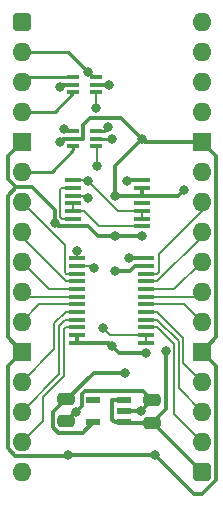
<source format=gtl>
%TF.GenerationSoftware,KiCad,Pcbnew,8.0.7*%
%TF.CreationDate,2025-01-03T14:10:16+02:00*%
%TF.ProjectId,HCP65 Main Memory Data,48435036-3520-44d6-9169-6e204d656d6f,V0*%
%TF.SameCoordinates,Original*%
%TF.FileFunction,Copper,L1,Top*%
%TF.FilePolarity,Positive*%
%FSLAX46Y46*%
G04 Gerber Fmt 4.6, Leading zero omitted, Abs format (unit mm)*
G04 Created by KiCad (PCBNEW 8.0.7) date 2025-01-03 14:10:16*
%MOMM*%
%LPD*%
G01*
G04 APERTURE LIST*
G04 Aperture macros list*
%AMRoundRect*
0 Rectangle with rounded corners*
0 $1 Rounding radius*
0 $2 $3 $4 $5 $6 $7 $8 $9 X,Y pos of 4 corners*
0 Add a 4 corners polygon primitive as box body*
4,1,4,$2,$3,$4,$5,$6,$7,$8,$9,$2,$3,0*
0 Add four circle primitives for the rounded corners*
1,1,$1+$1,$2,$3*
1,1,$1+$1,$4,$5*
1,1,$1+$1,$6,$7*
1,1,$1+$1,$8,$9*
0 Add four rect primitives between the rounded corners*
20,1,$1+$1,$2,$3,$4,$5,0*
20,1,$1+$1,$4,$5,$6,$7,0*
20,1,$1+$1,$6,$7,$8,$9,0*
20,1,$1+$1,$8,$9,$2,$3,0*%
G04 Aperture macros list end*
%TA.AperFunction,SMDPad,CuDef*%
%ADD10R,1.475000X0.450000*%
%TD*%
%TA.AperFunction,SMDPad,CuDef*%
%ADD11R,1.000000X0.450000*%
%TD*%
%TA.AperFunction,SMDPad,CuDef*%
%ADD12RoundRect,0.250000X0.475000X-0.250000X0.475000X0.250000X-0.475000X0.250000X-0.475000X-0.250000X0*%
%TD*%
%TA.AperFunction,ComponentPad*%
%ADD13RoundRect,0.400000X-0.400000X-0.400000X0.400000X-0.400000X0.400000X0.400000X-0.400000X0.400000X0*%
%TD*%
%TA.AperFunction,ComponentPad*%
%ADD14O,1.600000X1.600000*%
%TD*%
%TA.AperFunction,ComponentPad*%
%ADD15R,1.600000X1.600000*%
%TD*%
%TA.AperFunction,SMDPad,CuDef*%
%ADD16RoundRect,0.250000X-0.475000X0.250000X-0.475000X-0.250000X0.475000X-0.250000X0.475000X0.250000X0*%
%TD*%
%TA.AperFunction,SMDPad,CuDef*%
%ADD17R,1.150000X0.600000*%
%TD*%
%TA.AperFunction,ViaPad*%
%ADD18C,0.800000*%
%TD*%
%TA.AperFunction,Conductor*%
%ADD19C,0.380000*%
%TD*%
%TA.AperFunction,Conductor*%
%ADD20C,0.250000*%
%TD*%
%TA.AperFunction,Conductor*%
%ADD21C,0.200000*%
%TD*%
G04 APERTURE END LIST*
D10*
%TO.P,IC4,1,1A*%
%TO.N,/~{Read}*%
X4318000Y-13432000D03*
%TO.P,IC4,2,1B*%
%TO.N,/~{Read}_{3}*%
X4318000Y-14082000D03*
%TO.P,IC4,3,1Y*%
%TO.N,/~{Read}_{4}*%
X4318000Y-14732000D03*
%TO.P,IC4,4,2A*%
%TO.N,/~{Read}_{2}*%
X4318000Y-15382000D03*
%TO.P,IC4,5,2B*%
X4318000Y-16032000D03*
%TO.P,IC4,6,2Y*%
%TO.N,/~{Read}_{3}*%
X4318000Y-16682000D03*
%TO.P,IC4,7,GND*%
%TO.N,GND*%
X4318000Y-17332000D03*
%TO.P,IC4,8,3Y*%
%TO.N,/~{Read}_{2}*%
X10194000Y-17332000D03*
%TO.P,IC4,9,3A*%
%TO.N,/~{Read}*%
X10194000Y-16682000D03*
%TO.P,IC4,10,3B*%
X10194000Y-16032000D03*
%TO.P,IC4,11,4Y*%
%TO.N,unconnected-(IC4-4Y-Pad11)*%
X10194000Y-15382000D03*
%TO.P,IC4,12,4A*%
%TO.N,GND*%
X10194000Y-14732000D03*
%TO.P,IC4,13,4B*%
X10194000Y-14082000D03*
%TO.P,IC4,14,3V*%
%TO.N,/3.3V*%
X10194000Y-13432000D03*
%TD*%
D11*
%TO.P,IC2,1,A*%
%TO.N,~{Main}*%
X4334000Y-4684000D03*
%TO.P,IC2,2,GND*%
%TO.N,GND*%
X4334000Y-5334000D03*
%TO.P,IC2,3,B*%
%TO.N,~{RD}*%
X4334000Y-5984000D03*
%TO.P,IC2,4,Y*%
%TO.N,/~{Read}*%
X6334000Y-5984000D03*
%TO.P,IC2,5,3V*%
%TO.N,/3.3V*%
X6334000Y-5334000D03*
%TO.P,IC2,6,C*%
%TO.N,~{Main Access Slot}*%
X6334000Y-4684000D03*
%TD*%
D12*
%TO.P,C8,1*%
%TO.N,5V*%
X11049000Y-33954000D03*
%TO.P,C8,2*%
%TO.N,GND*%
X11049000Y-32054000D03*
%TD*%
D13*
%TO.P,J5,1,Pin_1*%
%TO.N,5V*%
X0Y0D03*
D14*
%TO.P,J5,2,Pin_2*%
%TO.N,~{Main Access Slot}*%
X0Y-2540000D03*
%TO.P,J5,3,Pin_3*%
%TO.N,~{Main}*%
X0Y-5080000D03*
%TO.P,J5,4,Pin_4*%
%TO.N,~{RD}*%
X0Y-7620000D03*
D15*
%TO.P,J5,5,Pin_5*%
%TO.N,GND*%
X0Y-10160000D03*
D14*
%TO.P,J5,6,Pin_6*%
%TO.N,~{WD}*%
X0Y-12700000D03*
%TO.P,J5,7,Pin_7*%
%TO.N,D7*%
X0Y-15240000D03*
%TO.P,J5,8,Pin_8*%
%TO.N,D6*%
X0Y-17780000D03*
%TO.P,J5,9,Pin_9*%
%TO.N,D5*%
X0Y-20320000D03*
%TO.P,J5,10,Pin_10*%
%TO.N,D4*%
X0Y-22860000D03*
%TO.P,J5,11,Pin_11*%
%TO.N,D3*%
X0Y-25400000D03*
D15*
%TO.P,J5,12,Pin_12*%
%TO.N,GND*%
X0Y-27940000D03*
D14*
%TO.P,J5,13,Pin_13*%
%TO.N,D2*%
X0Y-30480000D03*
%TO.P,J5,14,Pin_14*%
%TO.N,D1*%
X0Y-33020000D03*
%TO.P,J5,15,Pin_15*%
%TO.N,D0*%
X0Y-35560000D03*
%TO.P,J5,16,Pin_16*%
%TO.N,unconnected-(J5-Pin_16-Pad16)*%
X0Y-38100000D03*
D13*
%TO.P,J5,17,Pin_17*%
%TO.N,5V*%
X15240000Y-38100000D03*
D14*
%TO.P,J5,18,Pin_18*%
%TO.N,MD0*%
X15240000Y-35560000D03*
%TO.P,J5,19,Pin_19*%
%TO.N,MD1*%
X15240000Y-33020000D03*
%TO.P,J5,20,Pin_20*%
%TO.N,MD2*%
X15240000Y-30480000D03*
D15*
%TO.P,J5,21,Pin_21*%
%TO.N,GND*%
X15240000Y-27940000D03*
D14*
%TO.P,J5,22,Pin_22*%
%TO.N,MD3*%
X15240000Y-25400000D03*
%TO.P,J5,23,Pin_23*%
%TO.N,MD4*%
X15240000Y-22860000D03*
%TO.P,J5,24,Pin_24*%
%TO.N,MD5*%
X15240000Y-20320000D03*
%TO.P,J5,25,Pin_25*%
%TO.N,MD6*%
X15240000Y-17780000D03*
%TO.P,J5,26,Pin_26*%
%TO.N,MD7*%
X15240000Y-15240000D03*
%TO.P,J5,27,Pin_27*%
%TO.N,unconnected-(J5-Pin_27-Pad27)*%
X15240000Y-12700000D03*
D15*
%TO.P,J5,28,Pin_28*%
%TO.N,GND*%
X15240000Y-10160000D03*
D14*
%TO.P,J5,29,Pin_29*%
%TO.N,unconnected-(J5-Pin_29-Pad29)*%
X15240000Y-7620000D03*
%TO.P,J5,30,Pin_30*%
%TO.N,unconnected-(J5-Pin_30-Pad30)*%
X15240000Y-5080000D03*
%TO.P,J5,31,Pin_31*%
%TO.N,unconnected-(J5-Pin_31-Pad31)*%
X15240000Y-2540000D03*
%TO.P,J5,32,Pin_32*%
%TO.N,unconnected-(J5-Pin_32-Pad32)*%
X15240000Y0D03*
%TD*%
D10*
%TO.P,IC3,1,~{LEB}*%
%TO.N,/~{Read}*%
X4682000Y-20047000D03*
%TO.P,IC3,2,~{OEA}*%
%TO.N,/~{Read}_{4}*%
X4682000Y-20697000D03*
%TO.P,IC3,3,A1*%
%TO.N,D7*%
X4682000Y-21347000D03*
%TO.P,IC3,4,A2*%
%TO.N,D6*%
X4682000Y-21997000D03*
%TO.P,IC3,5,A3*%
%TO.N,D5*%
X4682000Y-22647000D03*
%TO.P,IC3,6,A4*%
%TO.N,D4*%
X4682000Y-23297000D03*
%TO.P,IC3,7,A5*%
%TO.N,D3*%
X4682000Y-23947000D03*
%TO.P,IC3,8,A6*%
%TO.N,D2*%
X4682000Y-24597000D03*
%TO.P,IC3,9,A7*%
%TO.N,D1*%
X4682000Y-25247000D03*
%TO.P,IC3,10,A8*%
%TO.N,D0*%
X4682000Y-25897000D03*
%TO.P,IC3,11,~{CEAB}*%
%TO.N,GND*%
X4682000Y-26547000D03*
%TO.P,IC3,12,GND*%
X4682000Y-27197000D03*
%TO.P,IC3,13,~{OEB}*%
%TO.N,/~{Write}*%
X10558000Y-27197000D03*
%TO.P,IC3,14,~{LEA}*%
X10558000Y-26547000D03*
%TO.P,IC3,15,B8*%
%TO.N,MD0*%
X10558000Y-25897000D03*
%TO.P,IC3,16,B7*%
%TO.N,MD1*%
X10558000Y-25247000D03*
%TO.P,IC3,17,B6*%
%TO.N,MD2*%
X10558000Y-24597000D03*
%TO.P,IC3,18,B5*%
%TO.N,MD3*%
X10558000Y-23947000D03*
%TO.P,IC3,19,B4*%
%TO.N,MD4*%
X10558000Y-23297000D03*
%TO.P,IC3,20,B3*%
%TO.N,MD5*%
X10558000Y-22647000D03*
%TO.P,IC3,21,B2*%
%TO.N,MD6*%
X10558000Y-21997000D03*
%TO.P,IC3,22,B1*%
%TO.N,MD7*%
X10558000Y-21347000D03*
%TO.P,IC3,23,~{CEBA}*%
%TO.N,GND*%
X10558000Y-20697000D03*
%TO.P,IC3,24,3V*%
%TO.N,/3.3V*%
X10558000Y-20047000D03*
%TD*%
D16*
%TO.P,C9,1*%
%TO.N,/3.3V*%
X3784600Y-31933600D03*
%TO.P,C9,2*%
%TO.N,GND*%
X3784600Y-33833600D03*
%TD*%
D17*
%TO.P,IC5,1,6VIn*%
%TO.N,5V*%
X8640600Y-33944600D03*
%TO.P,IC5,2,GND*%
%TO.N,GND*%
X8640600Y-32994600D03*
%TO.P,IC5,3,EN*%
%TO.N,5V*%
X8640600Y-32044600D03*
%TO.P,IC5,4,ADJ*%
%TO.N,unconnected-(IC5-ADJ-Pad4)*%
X6040600Y-32044600D03*
%TO.P,IC5,5,3.3VOut*%
%TO.N,/3.3V*%
X6040600Y-33944600D03*
%TD*%
D11*
%TO.P,IC6,1,A*%
%TO.N,~{Main}*%
X4334000Y-9256000D03*
%TO.P,IC6,2,GND*%
%TO.N,GND*%
X4334000Y-9906000D03*
%TO.P,IC6,3,B*%
%TO.N,~{WD}*%
X4334000Y-10556000D03*
%TO.P,IC6,4,Y*%
%TO.N,/~{Write}*%
X6334000Y-10556000D03*
%TO.P,IC6,5,3V*%
%TO.N,/3.3V*%
X6334000Y-9906000D03*
%TO.P,IC6,6,C*%
%TO.N,~{Main Access Slot}*%
X6334000Y-9256000D03*
%TD*%
D18*
%TO.N,GND*%
X10160000Y-18156502D03*
X7874000Y-21082000D03*
X7620000Y-27432000D03*
X3263257Y-5575547D03*
X2794000Y-17018000D03*
X7874003Y-14731997D03*
X10107877Y-32993802D03*
X4585100Y-33033100D03*
X3937000Y-36703000D03*
X10541000Y-28067000D03*
X3248231Y-10201089D03*
X13716000Y-14224000D03*
X11303000Y-36702994D03*
X7874000Y-18156502D03*
X10160000Y-9906000D03*
%TO.N,5V*%
X12192000Y-27912000D03*
%TO.N,/3.3V*%
X9117532Y-20022615D03*
X8890000Y-13462000D03*
X7365987Y-5334006D03*
X8763000Y-29718000D03*
X7620015Y-9906015D03*
%TO.N,~{Main Access Slot}*%
X7300694Y-8958344D03*
X5640500Y-4265500D03*
%TO.N,~{Main}*%
X3576471Y-9116000D03*
%TO.N,/~{Read}*%
X6284424Y-7363000D03*
X4681998Y-19447996D03*
X5588000Y-13462000D03*
%TO.N,/~{Write}*%
X6350000Y-12192000D03*
X6858002Y-25908000D03*
%TO.N,/~{Read}_{4}*%
X6096000Y-20828000D03*
X5626293Y-14973703D03*
%TD*%
D19*
%TO.N,GND*%
X15282229Y-39975000D02*
X14575006Y-39975000D01*
X10160000Y-18156502D02*
X7874000Y-18156502D01*
X15240000Y-27940000D02*
X16430000Y-29130000D01*
X842000Y-14050000D02*
X2790500Y-15998500D01*
X5392244Y-31242000D02*
X10237000Y-31242000D01*
X4585100Y-33033100D02*
X5075600Y-32542600D01*
X-1190000Y-11350000D02*
X-1190000Y-13352915D01*
X13208000Y-14732000D02*
X13716000Y-14224000D01*
X7874003Y-12191997D02*
X7874003Y-14731997D01*
X-588000Y-36750000D02*
X3890000Y-36750000D01*
X14575006Y-39975000D02*
X11303000Y-36702994D01*
X15240000Y-10160000D02*
X16430000Y-11350000D01*
X6472502Y-18156502D02*
X5648000Y-17332000D01*
X10160000Y-9906000D02*
X10414000Y-10160000D01*
X10160000Y-9906000D02*
X7874003Y-12191997D01*
X10160000Y-9906000D02*
X8407000Y-8153000D01*
X8640600Y-32994600D02*
X10108400Y-32994600D01*
X0Y-10160000D02*
X-1190000Y-11350000D01*
X10108400Y-32994600D02*
X11049000Y-32054000D01*
X3108000Y-17332000D02*
X2794000Y-17018000D01*
X5817000Y-8153000D02*
X5224000Y-8746000D01*
X5224000Y-8746000D02*
X5224000Y-9896000D01*
X3937000Y-36703000D02*
X11302994Y-36703000D01*
X16430000Y-26750000D02*
X15240000Y-27940000D01*
X7874000Y-18156502D02*
X6472502Y-18156502D01*
X3504804Y-5334000D02*
X3263257Y-5575547D01*
X16430000Y-29130000D02*
X16430000Y-38827229D01*
X5075600Y-31558644D02*
X5392244Y-31242000D01*
X9175376Y-21082000D02*
X7874000Y-21082000D01*
X5648000Y-17332000D02*
X4318000Y-17332000D01*
X10414000Y-10160000D02*
X15240000Y-10160000D01*
X8255000Y-28067000D02*
X7620000Y-27432000D01*
X7874006Y-14732000D02*
X7874003Y-14731997D01*
X10194000Y-14082000D02*
X10194000Y-14732000D01*
X10237000Y-31242000D02*
X11049000Y-32054000D01*
X-1190000Y-14747085D02*
X-492915Y-14050000D01*
X4318000Y-17332000D02*
X3108000Y-17332000D01*
X10558000Y-20697000D02*
X9560376Y-20697000D01*
X16430000Y-38827229D02*
X15282229Y-39975000D01*
X2790500Y-15998500D02*
X2790500Y-17014500D01*
X-1190000Y-26750000D02*
X-1190000Y-14747085D01*
X3248231Y-10201089D02*
X3543320Y-9906000D01*
X11302994Y-36703000D02*
X11303000Y-36702994D01*
X0Y-27940000D02*
X-1190000Y-26750000D01*
X4682000Y-27197000D02*
X7385000Y-27197000D01*
X3890000Y-36750000D02*
X3937000Y-36703000D01*
X-492915Y-14050000D02*
X842000Y-14050000D01*
X5075600Y-32542600D02*
X5075600Y-31558644D01*
X4334000Y-5334000D02*
X3504804Y-5334000D01*
X10194000Y-14732000D02*
X13208000Y-14732000D01*
X10541000Y-28067000D02*
X8255000Y-28067000D01*
X2790500Y-17014500D02*
X2794000Y-17018000D01*
X7385000Y-27197000D02*
X7620000Y-27432000D01*
X3543320Y-9906000D02*
X4334000Y-9906000D01*
X8407000Y-8153000D02*
X5817000Y-8153000D01*
X5224000Y-9896000D02*
X5214000Y-9906000D01*
X-1190000Y-29130000D02*
X-1190000Y-36148000D01*
X-1190000Y-13352915D02*
X-492915Y-14050000D01*
X4682000Y-26547000D02*
X4682000Y-27197000D01*
X5214000Y-9906000D02*
X4334000Y-9906000D01*
X9560376Y-20697000D02*
X9175376Y-21082000D01*
X0Y-27940000D02*
X-1190000Y-29130000D01*
X16430000Y-11350000D02*
X16430000Y-26750000D01*
X3784600Y-33833600D02*
X4585100Y-33033100D01*
X-1190000Y-36148000D02*
X-588000Y-36750000D01*
X10194000Y-14732000D02*
X7874006Y-14732000D01*
%TO.N,5V*%
X7675600Y-32054600D02*
X7675600Y-33710600D01*
X7909600Y-33944600D02*
X8640600Y-33944600D01*
X11049000Y-33954000D02*
X8650000Y-33954000D01*
X7675600Y-33710600D02*
X7909600Y-33944600D01*
X12192000Y-32811000D02*
X12192000Y-27912000D01*
X11094000Y-33909000D02*
X12192000Y-32811000D01*
X8640600Y-32044600D02*
X7685600Y-32044600D01*
X7685600Y-32044600D02*
X7675600Y-32054600D01*
X15240000Y-38100000D02*
X11094000Y-33954000D01*
%TO.N,/3.3V*%
X9141917Y-20047000D02*
X9117532Y-20022615D01*
X10558000Y-20047000D02*
X9141917Y-20047000D01*
X2669600Y-33048600D02*
X2669600Y-34348697D01*
X7365981Y-5334000D02*
X7365987Y-5334006D01*
X3880400Y-31933600D02*
X6096000Y-29718000D01*
X6334000Y-5334000D02*
X7365981Y-5334000D01*
D20*
X6334000Y-9906000D02*
X7620000Y-9906000D01*
D19*
X10194000Y-13432000D02*
X8920000Y-13432000D01*
X6096000Y-29718000D02*
X8763000Y-29718000D01*
X8920000Y-13432000D02*
X8890000Y-13462000D01*
D20*
X7620000Y-9906000D02*
X7620015Y-9906015D01*
D19*
X3118903Y-34798000D02*
X5187200Y-34798000D01*
X5187200Y-34798000D02*
X6040600Y-33944600D01*
X2669600Y-34348697D02*
X3118903Y-34798000D01*
X3784600Y-31933600D02*
X2669600Y-33048600D01*
D20*
%TO.N,~{Main Access Slot}*%
X6334000Y-9256000D02*
X7003038Y-9256000D01*
X6059000Y-4684000D02*
X5640500Y-4265500D01*
X3915000Y-2540000D02*
X5640500Y-4265500D01*
X0Y-2540000D02*
X3915000Y-2540000D01*
X7003038Y-9256000D02*
X7300694Y-8958344D01*
%TO.N,~{Main}*%
X3576471Y-9116000D02*
X3716471Y-9256000D01*
X4334000Y-4684000D02*
X396000Y-4684000D01*
X3716471Y-9256000D02*
X4334000Y-9256000D01*
%TO.N,~{RD}*%
X2794000Y-7620000D02*
X0Y-7620000D01*
X4334000Y-6080000D02*
X2794000Y-7620000D01*
D21*
%TO.N,D2*%
X0Y-30480000D02*
X2775000Y-27705000D01*
X2775000Y-27705000D02*
X2775000Y-25566500D01*
X3744500Y-24597000D02*
X4682000Y-24597000D01*
X2775000Y-25566500D02*
X3744500Y-24597000D01*
%TO.N,D0*%
X3744500Y-25897000D02*
X4682000Y-25897000D01*
X3575000Y-30010685D02*
X3575000Y-26066500D01*
X1778000Y-31807685D02*
X3575000Y-30010685D01*
X1778000Y-33782000D02*
X1778000Y-31807685D01*
X3575000Y-26066500D02*
X3744500Y-25897000D01*
X0Y-35560000D02*
X1778000Y-33782000D01*
%TO.N,MD1*%
X11495500Y-25247000D02*
X10558000Y-25247000D01*
X13292000Y-27043500D02*
X11495500Y-25247000D01*
X15240000Y-33020000D02*
X13292000Y-31072000D01*
X13292000Y-31072000D02*
X13292000Y-27043500D01*
%TO.N,D3*%
X0Y-25400000D02*
X1453000Y-23947000D01*
X1453000Y-23947000D02*
X4682000Y-23947000D01*
%TO.N,MD7*%
X11495500Y-21347000D02*
X10558000Y-21347000D01*
X11595500Y-21247000D02*
X11495500Y-21347000D01*
X11595500Y-19646500D02*
X11595500Y-21247000D01*
X15240000Y-15240000D02*
X15240000Y-16002000D01*
X15240000Y-16002000D02*
X11595500Y-19646500D01*
%TO.N,D4*%
X437000Y-23297000D02*
X4682000Y-23297000D01*
%TO.N,MD6*%
X15240000Y-18252500D02*
X11495500Y-21997000D01*
X11495500Y-21997000D02*
X10558000Y-21997000D01*
%TO.N,MD0*%
X15240000Y-35560000D02*
X12892000Y-33212000D01*
X12892000Y-33212000D02*
X12892000Y-27293500D01*
X11495500Y-25897000D02*
X10558000Y-25897000D01*
X12892000Y-27293500D02*
X11495500Y-25897000D01*
%TO.N,D6*%
X3769500Y-21997000D02*
X4682000Y-21997000D01*
X0Y-18227500D02*
X3769500Y-21997000D01*
%TO.N,MD2*%
X13692000Y-26793500D02*
X11495500Y-24597000D01*
X11495500Y-24597000D02*
X10558000Y-24597000D01*
X13692000Y-28932000D02*
X13692000Y-26793500D01*
X15240000Y-30480000D02*
X13692000Y-28932000D01*
%TO.N,MD4*%
X14803000Y-23297000D02*
X10558000Y-23297000D01*
%TO.N,D7*%
X3744500Y-21347000D02*
X4682000Y-21347000D01*
X3644500Y-21247000D02*
X3744500Y-21347000D01*
X3644500Y-18884500D02*
X3644500Y-21247000D01*
X0Y-15240000D02*
X3644500Y-18884500D01*
%TO.N,MD3*%
X13787000Y-23947000D02*
X10558000Y-23947000D01*
X15240000Y-25400000D02*
X13787000Y-23947000D01*
%TO.N,MD5*%
X15240000Y-20320000D02*
X12913000Y-22647000D01*
X12913000Y-22647000D02*
X10558000Y-22647000D01*
%TO.N,D5*%
X2327000Y-22647000D02*
X4682000Y-22647000D01*
X0Y-20320000D02*
X2327000Y-22647000D01*
%TO.N,D1*%
X3175000Y-25781000D02*
X3709000Y-25247000D01*
X0Y-33020000D02*
X3175000Y-29845000D01*
X3175000Y-29845000D02*
X3175000Y-25781000D01*
X3709000Y-25247000D02*
X4682000Y-25247000D01*
D20*
%TO.N,~{WD}*%
X4334000Y-10906000D02*
X4334000Y-10556000D01*
X0Y-12700000D02*
X2540000Y-12700000D01*
X2540000Y-12700000D02*
X4334000Y-10906000D01*
D21*
%TO.N,/~{Read}*%
X6334000Y-5984000D02*
X6334000Y-7313424D01*
X4682000Y-19447998D02*
X4681998Y-19447996D01*
X5558000Y-13432000D02*
X5588000Y-13462000D01*
X4682000Y-20047000D02*
X4682000Y-19447998D01*
X6334000Y-7313424D02*
X6284424Y-7363000D01*
X5588000Y-13462000D02*
X8158000Y-16032000D01*
X4318000Y-13432000D02*
X5558000Y-13432000D01*
X10194000Y-16032000D02*
X10194000Y-16682000D01*
X8158000Y-16032000D02*
X10194000Y-16032000D01*
%TO.N,/~{Write}*%
X7497002Y-26547000D02*
X6858002Y-25908000D01*
X10558000Y-27197000D02*
X10558000Y-26547000D01*
X10558000Y-26547000D02*
X7497002Y-26547000D01*
X6350000Y-12192000D02*
X6350000Y-10572000D01*
%TO.N,/~{Read}_{3}*%
X3380500Y-14082000D02*
X4318000Y-14082000D01*
X3280500Y-14182000D02*
X3380500Y-14082000D01*
X4318000Y-16682000D02*
X3447950Y-16682000D01*
X3447950Y-16682000D02*
X3280500Y-16514550D01*
X3280500Y-16514550D02*
X3280500Y-14182000D01*
%TO.N,/~{Read}_{2}*%
X6555500Y-17332000D02*
X10194000Y-17332000D01*
X4318000Y-15382000D02*
X4318000Y-16032000D01*
X4318000Y-16032000D02*
X5255500Y-16032000D01*
X5255500Y-16032000D02*
X6555500Y-17332000D01*
%TO.N,/~{Read}_{4}*%
X5965000Y-20697000D02*
X6096000Y-20828000D01*
X4318000Y-14732000D02*
X5384590Y-14732000D01*
X5384590Y-14732000D02*
X5626293Y-14973703D01*
X4682000Y-20697000D02*
X5965000Y-20697000D01*
%TD*%
M02*

</source>
